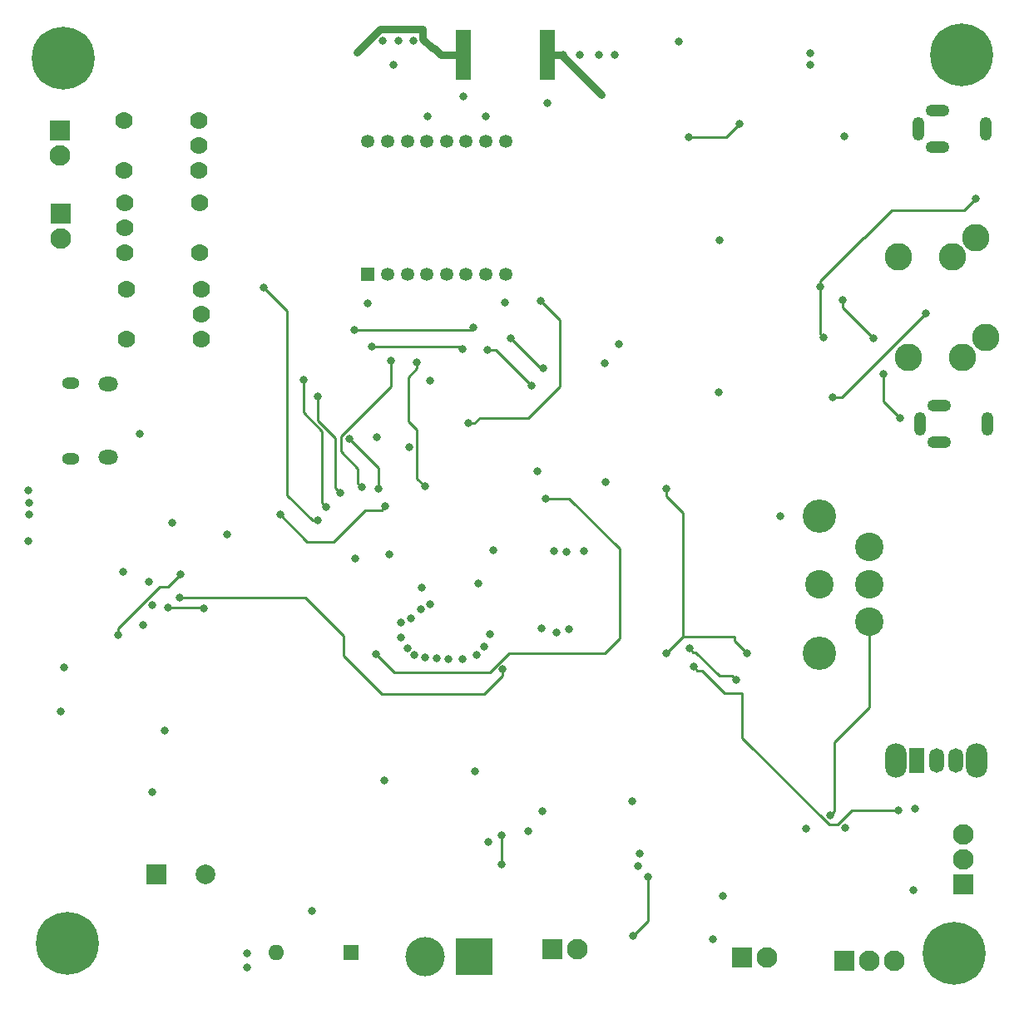
<source format=gbr>
G04 #@! TF.GenerationSoftware,KiCad,Pcbnew,(5.1.4)-1*
G04 #@! TF.CreationDate,2020-12-23T09:12:06-05:00*
G04 #@! TF.ProjectId,CameraTriggerR3SMD,43616d65-7261-4547-9269-676765725233,rev?*
G04 #@! TF.SameCoordinates,Original*
G04 #@! TF.FileFunction,Copper,L4,Bot*
G04 #@! TF.FilePolarity,Positive*
%FSLAX46Y46*%
G04 Gerber Fmt 4.6, Leading zero omitted, Abs format (unit mm)*
G04 Created by KiCad (PCBNEW (5.1.4)-1) date 2020-12-23 09:12:06*
%MOMM*%
%LPD*%
G04 APERTURE LIST*
%ADD10O,1.208000X2.416000*%
%ADD11O,2.416000X1.208000*%
%ADD12C,2.800000*%
%ADD13O,1.600000X1.600000*%
%ADD14R,1.600000X1.600000*%
%ADD15C,1.350000*%
%ADD16R,1.350000X1.350000*%
%ADD17C,1.778000*%
%ADD18O,2.200000X3.500000*%
%ADD19O,1.500000X2.500000*%
%ADD20R,1.500000X2.500000*%
%ADD21O,1.800000X1.150000*%
%ADD22O,2.000000X1.450000*%
%ADD23C,4.000000*%
%ADD24R,3.800000X3.800000*%
%ADD25R,1.500000X5.080000*%
%ADD26C,2.100000*%
%ADD27R,2.100000X2.100000*%
%ADD28C,2.900000*%
%ADD29C,3.400000*%
%ADD30C,0.800000*%
%ADD31C,6.400000*%
%ADD32C,2.000000*%
%ADD33R,2.000000X2.000000*%
%ADD34C,0.250000*%
%ADD35C,0.762000*%
G04 APERTURE END LIST*
D10*
X92012680Y-11135360D03*
D11*
X94012680Y-12985360D03*
X94012680Y-9285360D03*
D10*
X98912680Y-11135360D03*
D12*
X89971280Y-24225000D03*
X95471280Y-24225000D03*
X97871280Y-22225000D03*
D13*
X26670000Y-95072200D03*
D14*
X34290000Y-95072200D03*
D15*
X36017200Y-12384200D03*
X38017200Y-12384200D03*
X40017200Y-12384200D03*
X42017200Y-12384200D03*
X44017200Y-12384200D03*
X46017200Y-12384200D03*
X48017200Y-12384200D03*
X50017200Y-12384200D03*
X50017200Y-25984200D03*
X48017200Y-25984200D03*
X46017200Y-25984200D03*
X44017200Y-25984200D03*
X42017200Y-25984200D03*
X40017200Y-25984200D03*
X38017200Y-25984200D03*
D16*
X36017200Y-25984200D03*
D17*
X19050000Y-32588200D03*
X19050000Y-30048200D03*
X19050000Y-27508200D03*
X11430000Y-27508200D03*
X11430000Y-32588200D03*
X11236960Y-18719800D03*
X11236960Y-21259800D03*
X11236960Y-23799800D03*
X18856960Y-23799800D03*
X18856960Y-18719800D03*
X18796000Y-15377160D03*
X18796000Y-12837160D03*
X18796000Y-10297160D03*
X11176000Y-10297160D03*
X11176000Y-15377160D03*
D18*
X97987040Y-75534520D03*
X89787040Y-75534520D03*
D19*
X95887040Y-75534520D03*
X93887040Y-75534520D03*
D20*
X91887040Y-75534520D03*
D21*
X5736040Y-44774080D03*
X5736040Y-37024080D03*
D22*
X9536040Y-44624080D03*
X9536040Y-37174080D03*
D23*
X41817280Y-95448120D03*
D24*
X46817280Y-95448120D03*
D25*
X45747360Y-3606800D03*
X54247360Y-3606800D03*
D26*
X4729480Y-22352000D03*
D27*
X4729480Y-19812000D03*
D26*
X4688840Y-13893800D03*
D27*
X4688840Y-11353800D03*
D26*
X57287160Y-94681040D03*
D27*
X54747160Y-94681040D03*
D26*
X89590880Y-95879920D03*
X87050880Y-95879920D03*
D27*
X84510880Y-95879920D03*
D28*
X87086440Y-53761560D03*
D29*
X82006440Y-50591560D03*
X82006440Y-64551560D03*
D28*
X87086440Y-61381560D03*
X87086440Y-57571560D03*
X82006440Y-57571560D03*
D26*
X76601320Y-95570040D03*
D27*
X74061320Y-95570040D03*
D26*
X96631760Y-83027520D03*
X96631760Y-85567520D03*
D27*
X96631760Y-88107520D03*
D10*
X92170160Y-41239440D03*
D11*
X94170160Y-43089440D03*
X94170160Y-39389440D03*
D10*
X99070160Y-41239440D03*
D12*
X91038080Y-34410400D03*
X96538080Y-34410400D03*
X98938080Y-32410400D03*
D30*
X7107256Y-92415024D03*
X5410200Y-91712080D03*
X3713144Y-92415024D03*
X3010200Y-94112080D03*
X3713144Y-95809136D03*
X5410200Y-96512080D03*
X7107256Y-95809136D03*
X7810200Y-94112080D03*
D31*
X5410200Y-94112080D03*
D30*
X6736416Y-2265344D03*
X5039360Y-1562400D03*
X3342304Y-2265344D03*
X2639360Y-3962400D03*
X3342304Y-5659456D03*
X5039360Y-6362400D03*
X6736416Y-5659456D03*
X7439360Y-3962400D03*
D31*
X5039360Y-3962400D03*
D30*
X98176416Y-1955464D03*
X96479360Y-1252520D03*
X94782304Y-1955464D03*
X94079360Y-3652520D03*
X94782304Y-5349576D03*
X96479360Y-6052520D03*
X98176416Y-5349576D03*
X98879360Y-3652520D03*
D31*
X96479360Y-3652520D03*
D30*
X97409336Y-93471664D03*
X95712280Y-92768720D03*
X94015224Y-93471664D03*
X93312280Y-95168720D03*
X94015224Y-96865776D03*
X95712280Y-97568720D03*
X97409336Y-96865776D03*
X98112280Y-95168720D03*
D31*
X95712280Y-95168720D03*
D32*
X19503400Y-87086440D03*
D33*
X14503400Y-87086440D03*
D30*
X57993280Y-54137560D03*
X42052240Y-9850120D03*
X14081760Y-78734920D03*
X23733760Y-95117920D03*
X5125280Y-66015040D03*
X13759040Y-57330480D03*
X14056360Y-59649360D03*
X1468120Y-47970440D03*
X41525770Y-57894910D03*
X38201600Y-54503320D03*
X55173880Y-62478920D03*
X56200040Y-54213760D03*
X81037720Y-3466120D03*
X53273960Y-45999400D03*
X40233600Y-43596560D03*
X13164960Y-61693920D03*
X63658680Y-84994680D03*
X63007240Y-93400880D03*
X64536320Y-87315040D03*
X63492380Y-86271100D03*
X61539120Y-33045400D03*
X67670680Y-2301240D03*
X55900320Y-3627120D03*
X81003000Y-4666120D03*
X49997360Y-28839160D03*
X36001960Y-28905200D03*
X48017200Y-9844000D03*
X15336520Y-72486520D03*
X23713440Y-96596200D03*
X91709240Y-80385920D03*
X84571840Y-82372200D03*
X91572080Y-88712040D03*
X80639920Y-82443320D03*
X4760400Y-70515040D03*
X54279800Y-8509000D03*
X45755560Y-7879080D03*
X43423840Y-3637280D03*
X38618160Y-4663440D03*
X72110600Y-89291160D03*
X71135240Y-93715840D03*
X11120120Y-56311800D03*
X1508760Y-49265840D03*
X1564640Y-50459640D03*
X1452880Y-53152040D03*
X42985320Y-65056120D03*
X60182760Y-47142400D03*
X56474360Y-62163960D03*
X53654960Y-62006480D03*
X54955440Y-54168040D03*
X84475320Y-11927840D03*
X71810880Y-22519640D03*
X47254160Y-57429400D03*
X34706560Y-54899560D03*
X46908720Y-76611480D03*
X37668200Y-77525880D03*
X48285400Y-83804760D03*
X52308760Y-82732880D03*
X53784500Y-80652620D03*
X62946280Y-79679800D03*
X42377360Y-36779200D03*
X36901120Y-42605960D03*
X30307280Y-90858720D03*
X71719440Y-38003480D03*
X77957680Y-50591720D03*
X57576720Y-3606800D03*
X59496960Y-3606800D03*
X61153040Y-3606800D03*
X42303060Y-2690500D03*
X40680640Y-2209800D03*
X39126160Y-2209800D03*
X37531040Y-2209800D03*
X12761440Y-42199080D03*
X59811920Y-7659360D03*
X48407320Y-62641480D03*
X47858680Y-63926720D03*
X47058580Y-64726820D03*
X45648880Y-65191640D03*
X44211240Y-65191640D03*
X41803320Y-64978280D03*
X40706040Y-64734440D03*
X40027860Y-64056260D03*
X39380160Y-62961520D03*
X39410640Y-61483240D03*
X40433665Y-61058465D03*
X41378545Y-60113585D03*
X42321480Y-59623960D03*
X60121800Y-35036760D03*
X21701760Y-52445920D03*
X16068040Y-51318160D03*
X68732400Y-64089280D03*
X73482200Y-67284600D03*
X89976960Y-80573880D03*
X69143880Y-65948560D03*
X74581231Y-64551560D03*
X66354960Y-64612520D03*
X66403220Y-47795180D03*
X83098640Y-81097120D03*
X30952440Y-51038760D03*
X25435560Y-27315160D03*
X31765240Y-49646840D03*
X29443680Y-36743640D03*
X33207960Y-48249840D03*
X30896560Y-38404800D03*
X49743360Y-66222880D03*
X16865600Y-58907680D03*
X84348320Y-28585160D03*
X87503000Y-32517080D03*
X88493600Y-36113720D03*
X90200480Y-40599360D03*
X92806520Y-29966920D03*
X83309460Y-38483540D03*
X82077560Y-27213560D03*
X82428080Y-32400240D03*
X97871280Y-22225000D03*
X97871280Y-18262600D03*
X19319240Y-59979560D03*
X15712440Y-59893200D03*
X36398200Y-33304480D03*
X45664120Y-33594040D03*
X46725840Y-31409640D03*
X34630360Y-31653480D03*
X54117240Y-48808640D03*
X36804600Y-64622680D03*
X49641760Y-83118960D03*
X49611280Y-86121240D03*
X16951960Y-56499760D03*
X10591800Y-62738000D03*
X37802530Y-49577970D03*
X27101800Y-50474880D03*
X53578760Y-28676600D03*
X46263560Y-41153080D03*
X53883560Y-35524440D03*
X50515520Y-32461200D03*
X52699920Y-37322760D03*
X48199040Y-33655000D03*
X41799960Y-47602960D03*
X41010840Y-34980880D03*
X35387280Y-47675800D03*
X38354000Y-34777680D03*
X37078920Y-47818040D03*
X34122360Y-42717720D03*
X73853040Y-10652760D03*
X68686680Y-12039600D03*
X48746480Y-54118440D03*
D34*
X64536320Y-91871800D02*
X64536320Y-87315040D01*
X63007240Y-93400880D02*
X64536320Y-91871800D01*
D35*
X55759360Y-3606800D02*
X59811920Y-7659360D01*
X54247360Y-3606800D02*
X55759360Y-3606800D01*
X41583600Y-955040D02*
X37282120Y-955040D01*
X37282120Y-955040D02*
X34874200Y-3362960D01*
X59811920Y-7659360D02*
X59811920Y-7659360D01*
X41583600Y-1971040D02*
X42580560Y-2968000D01*
X41583600Y-955040D02*
X41583600Y-1971040D01*
X42754560Y-2968000D02*
X43423840Y-3637280D01*
X42580560Y-2968000D02*
X42754560Y-2968000D01*
X43454320Y-3606800D02*
X43423840Y-3637280D01*
X45747360Y-3606800D02*
X43454320Y-3606800D01*
D34*
X73082201Y-66884601D02*
X71786801Y-66884601D01*
X73482200Y-67284600D02*
X73082201Y-66884601D01*
X71786801Y-66884601D02*
X69382640Y-64480440D01*
X69132399Y-64489279D02*
X68732400Y-64089280D01*
X69373801Y-64489279D02*
X69132399Y-64489279D01*
X69382640Y-64480440D02*
X69373801Y-64489279D01*
X69543879Y-66348559D02*
X70011239Y-66348559D01*
X69143880Y-65948560D02*
X69543879Y-66348559D01*
X70011239Y-66348559D02*
X72278240Y-68615560D01*
X72278240Y-68615560D02*
X74112120Y-68615560D01*
X89976960Y-80573880D02*
X85303360Y-80573880D01*
X85303360Y-80573880D02*
X83825080Y-82052160D01*
X74112120Y-73183602D02*
X74112120Y-68615560D01*
X82980678Y-82052160D02*
X74112120Y-73183602D01*
X83825080Y-82052160D02*
X82980678Y-82052160D01*
X66354960Y-64612520D02*
X68056760Y-62910720D01*
X68056760Y-62910720D02*
X73314560Y-62910720D01*
X73314560Y-63284889D02*
X74581231Y-64551560D01*
X73314560Y-62910720D02*
X73314560Y-63284889D01*
X68056760Y-62910720D02*
X68056760Y-50241200D01*
X66403220Y-48587660D02*
X66403220Y-47795180D01*
X68056760Y-50241200D02*
X66403220Y-48587660D01*
X83498639Y-80697121D02*
X83498639Y-73635921D01*
X83098640Y-81097120D02*
X83498639Y-80697121D01*
X87086440Y-70048120D02*
X87086440Y-61381560D01*
X83498639Y-73635921D02*
X87086440Y-70048120D01*
X30386755Y-51038760D02*
X27802840Y-48454845D01*
X30952440Y-51038760D02*
X30386755Y-51038760D01*
X27802840Y-29682440D02*
X25435560Y-27315160D01*
X27802840Y-48454845D02*
X27802840Y-29682440D01*
X29443680Y-37309325D02*
X29443680Y-36743640D01*
X29443680Y-40031810D02*
X29443680Y-37309325D01*
X31365241Y-41953371D02*
X29443680Y-40031810D01*
X31365241Y-49246841D02*
X31365241Y-41953371D01*
X31765240Y-49646840D02*
X31365241Y-49246841D01*
X30896560Y-38404800D02*
X30896560Y-40848280D01*
X30896560Y-40848280D02*
X32679640Y-42631360D01*
X32679640Y-47721520D02*
X33207960Y-48249840D01*
X32679640Y-42631360D02*
X32679640Y-47721520D01*
X49743360Y-66222880D02*
X49743360Y-66832480D01*
X49743360Y-66832480D02*
X47879000Y-68696840D01*
X47879000Y-68696840D02*
X37424360Y-68696840D01*
X37424360Y-68696840D02*
X33543240Y-64815720D01*
X33543240Y-64815720D02*
X33543240Y-62809120D01*
X29641800Y-58907680D02*
X16865600Y-58907680D01*
X33543240Y-62809120D02*
X29641800Y-58907680D01*
X84348320Y-28585160D02*
X84348320Y-29362400D01*
X84348320Y-29362400D02*
X87503000Y-32517080D01*
X87503000Y-32517080D02*
X87503000Y-32517080D01*
X88493600Y-36113720D02*
X88493600Y-37368480D01*
X88493600Y-37368480D02*
X88493600Y-38892480D01*
X88493600Y-38892480D02*
X90200480Y-40599360D01*
X90200480Y-40599360D02*
X90200480Y-40599360D01*
X84289900Y-38483540D02*
X92806520Y-29966920D01*
X83309460Y-38483540D02*
X84289900Y-38483540D01*
X82077560Y-32049720D02*
X82428080Y-32400240D01*
X82077560Y-27213560D02*
X82077560Y-32049720D01*
X96718120Y-19415760D02*
X97871280Y-18262600D01*
X89347040Y-19415760D02*
X96718120Y-19415760D01*
X86498965Y-22263835D02*
X89347040Y-19415760D01*
X86461600Y-22263835D02*
X86498965Y-22263835D01*
X82077560Y-27213560D02*
X82077560Y-26647875D01*
X82077560Y-26647875D02*
X86461600Y-22263835D01*
X19232880Y-59893200D02*
X19319240Y-59979560D01*
X15712440Y-59893200D02*
X19232880Y-59893200D01*
X45374560Y-33304480D02*
X45664120Y-33594040D01*
X36398200Y-33304480D02*
X45374560Y-33304480D01*
X46482000Y-31653480D02*
X46725840Y-31409640D01*
X34630360Y-31653480D02*
X46482000Y-31653480D01*
X36804600Y-64622680D02*
X38668960Y-66487040D01*
X48406198Y-66487040D02*
X50346758Y-64546480D01*
X38668960Y-66487040D02*
X48406198Y-66487040D01*
X50346758Y-64546480D02*
X60086240Y-64546480D01*
X60086240Y-64546480D02*
X61610240Y-63022480D01*
X61610240Y-63022480D02*
X61610240Y-53944520D01*
X56474360Y-48808640D02*
X53898800Y-48808640D01*
X61610240Y-53944520D02*
X56474360Y-48808640D01*
X53898800Y-48808640D02*
X54117240Y-48808640D01*
X49641760Y-86090760D02*
X49611280Y-86121240D01*
X49641760Y-83118960D02*
X49641760Y-86090760D01*
X10591800Y-62040918D02*
X14862958Y-57769760D01*
X10591800Y-62738000D02*
X10591800Y-62040918D01*
X15681960Y-57769760D02*
X16951960Y-56499760D01*
X14862958Y-57769760D02*
X15681960Y-57769760D01*
X37402531Y-49977969D02*
X35762271Y-49977969D01*
X37802530Y-49577970D02*
X37402531Y-49977969D01*
X35762271Y-49977969D02*
X32527240Y-53213000D01*
X29839920Y-53213000D02*
X27101800Y-50474880D01*
X32527240Y-53213000D02*
X29839920Y-53213000D01*
X46829245Y-41153080D02*
X47398205Y-40584120D01*
X46263560Y-41153080D02*
X46829245Y-41153080D01*
X47398205Y-40584120D02*
X52318920Y-40584120D01*
X52318920Y-40584120D02*
X55514240Y-37388800D01*
X55514240Y-30612080D02*
X53578760Y-28676600D01*
X55514240Y-37388800D02*
X55514240Y-30612080D01*
X53578760Y-35524440D02*
X53883560Y-35524440D01*
X50515520Y-32461200D02*
X53578760Y-35524440D01*
X49032160Y-33655000D02*
X52699920Y-37322760D01*
X48199040Y-33655000D02*
X49032160Y-33655000D01*
X40958601Y-46761601D02*
X41799960Y-47602960D01*
X40958601Y-41771401D02*
X40958601Y-46761601D01*
X40111680Y-40924480D02*
X40958601Y-41771401D01*
X40111680Y-36445725D02*
X40111680Y-40924480D01*
X41010840Y-34980880D02*
X41010840Y-35546565D01*
X41010840Y-35546565D02*
X40111680Y-36445725D01*
X38354000Y-37413078D02*
X38354000Y-34777680D01*
X33268920Y-42498158D02*
X38354000Y-37413078D01*
X33268920Y-44038520D02*
X33268920Y-42498158D01*
X34987281Y-45756881D02*
X33268920Y-44038520D01*
X35387280Y-47675800D02*
X34987281Y-47275801D01*
X34987281Y-47275801D02*
X34987281Y-45756881D01*
X37078920Y-45674280D02*
X34122360Y-42717720D01*
X37078920Y-47818040D02*
X37078920Y-45674280D01*
X72466200Y-12039600D02*
X73853040Y-10652760D01*
X68686680Y-12039600D02*
X72466200Y-12039600D01*
M02*

</source>
